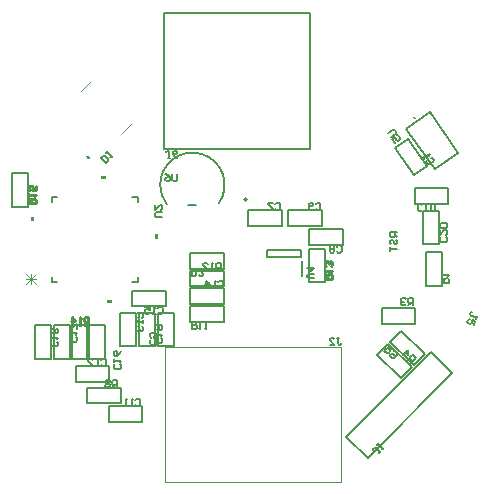
<source format=gbo>
G04*
G04 #@! TF.GenerationSoftware,Altium Limited,Altium Designer,20.0.7 (75)*
G04*
G04 Layer_Color=32896*
%FSLAX44Y44*%
%MOMM*%
G71*
G01*
G75*
%ADD10C,0.2540*%
%ADD12C,0.1000*%
%ADD13C,0.1270*%
%ADD14C,0.2000*%
%ADD15C,0.1524*%
%ADD16C,0.0762*%
G36*
X-173054Y35595D02*
X-175594D01*
Y39405D01*
X-173054D01*
Y35595D01*
D02*
G37*
G36*
X-112595Y71054D02*
X-116405D01*
Y73594D01*
X-112595D01*
Y71054D01*
D02*
G37*
G36*
X-107595Y-31054D02*
X-111405D01*
Y-33594D01*
X-107595D01*
Y-31054D01*
D02*
G37*
G36*
X-70946Y20595D02*
X-68406D01*
Y24405D01*
X-70946D01*
Y20595D01*
D02*
G37*
D10*
X-177999Y50503D02*
X-172001D01*
Y53502D01*
X-173001Y54501D01*
X-175000D01*
X-176000Y53502D01*
Y50503D01*
Y52502D02*
X-177999Y54501D01*
Y56501D02*
Y58500D01*
Y57500D01*
X-172001D01*
X-173001Y56501D01*
X-172001Y65498D02*
Y61499D01*
X-175000D01*
X-174000Y63498D01*
Y64498D01*
X-175000Y65498D01*
X-176999D01*
X-177999Y64498D01*
Y62499D01*
X-176999Y61499D01*
X-127502Y-51999D02*
Y-46001D01*
X-130501D01*
X-131501Y-47001D01*
Y-49000D01*
X-130501Y-50000D01*
X-127502D01*
X-129502D02*
X-131501Y-51999D01*
X-133500D02*
X-135500D01*
X-134500D01*
Y-46001D01*
X-133500Y-47001D01*
X-141498Y-51999D02*
Y-46001D01*
X-138499Y-49000D01*
X-142498D01*
X73001Y-13498D02*
X78999D01*
Y-10498D01*
X77999Y-9499D01*
X76000D01*
X75000Y-10498D01*
Y-13498D01*
Y-11498D02*
X73001Y-9499D01*
Y-7499D02*
Y-5500D01*
Y-6500D01*
X78999D01*
X77999Y-7499D01*
Y-2501D02*
X78999Y-1502D01*
Y498D01*
X77999Y1498D01*
X77000D01*
X76000Y498D01*
Y-502D01*
Y498D01*
X75000Y1498D01*
X74001D01*
X73001Y498D01*
Y-1502D01*
X74001Y-2501D01*
D12*
X-133920Y145435D02*
X-125435Y153920D01*
X-98565Y110080D02*
X-90080Y118565D01*
X-62500Y-185000D02*
X86500D01*
Y-71000D01*
X-62500D02*
X86500D01*
X-62500Y-185000D02*
Y-71000D01*
D13*
X137303Y-97637D02*
X146708Y-88232D01*
X117292Y-77626D02*
X137303Y-97637D01*
X117292Y-77626D02*
X126697Y-68222D01*
X146708Y-88232D01*
X137697Y-57221D02*
X157708Y-77232D01*
X128292Y-66626D02*
X137697Y-57221D01*
X128292Y-66626D02*
X148303Y-86637D01*
X157708Y-77232D01*
X120900Y-38400D02*
X120900Y-51700D01*
X120900Y-38400D02*
X149200Y-38400D01*
X149200Y-51700D02*
X149200Y-38400D01*
X120900Y-51700D02*
X149200Y-51700D01*
X143343Y105475D02*
X159576Y82293D01*
X132449Y97846D02*
X143343Y105475D01*
X132449Y97846D02*
X148681Y74664D01*
X159576Y82293D01*
X-41199Y8700D02*
X-12899D01*
X-41199Y-4600D02*
Y8700D01*
Y-4600D02*
X-12899D01*
Y8700D01*
X141943Y113935D02*
X165981Y79604D01*
X185747Y93444D01*
X161709Y127775D02*
X185747Y93444D01*
X141943Y113935D02*
X161709Y127775D01*
X-191700Y76100D02*
X-178400D01*
Y47800D02*
Y76100D01*
X-191700Y47800D02*
X-178400D01*
X-191700D02*
Y76100D01*
X-109900Y-100600D02*
Y-87300D01*
X-138200Y-100600D02*
X-109900D01*
X-138200D02*
Y-87300D01*
X-109900D01*
X-99900Y-118600D02*
Y-105300D01*
X-128200Y-118600D02*
X-99900D01*
X-128200D02*
Y-105300D01*
X-99900D01*
X-81900Y-134600D02*
Y-121300D01*
X-110200Y-134600D02*
X-81900D01*
X-110200D02*
Y-121300D01*
X-81900D01*
X-128300Y-81100D02*
Y-52800D01*
X-141600D02*
X-128300D01*
X-141600Y-81100D02*
Y-52800D01*
Y-81100D02*
X-128300D01*
X59300Y-16200D02*
Y12100D01*
Y-16200D02*
X72600D01*
Y12100D01*
X59300D02*
X72600D01*
X-41199Y-6300D02*
X-12899D01*
X-41199Y-19600D02*
Y-6300D01*
Y-19600D02*
X-12899D01*
Y-6300D01*
X-41100Y-49700D02*
X-12800D01*
Y-36400D01*
X-41100D02*
X-12800D01*
X-41100Y-49700D02*
Y-36400D01*
X171700Y-19100D02*
Y9200D01*
X158400D02*
X171700D01*
X158400Y-19100D02*
Y9200D01*
Y-19100D02*
X171700D01*
X156300Y15800D02*
Y44100D01*
Y15800D02*
X169600D01*
Y44100D01*
X156300D02*
X169600D01*
X-71300Y-70100D02*
Y-41800D01*
X-84600D02*
X-71300D01*
X-84600Y-70100D02*
Y-41800D01*
Y-70100D02*
X-71300D01*
X-159300Y-81100D02*
Y-52800D01*
X-172600D02*
X-159300D01*
X-172600Y-81100D02*
Y-52800D01*
Y-81100D02*
X-159300D01*
X-143300D02*
Y-52800D01*
X-156600D02*
X-143300D01*
X-156600Y-81100D02*
Y-52800D01*
Y-81100D02*
X-143300D01*
X-113300D02*
Y-52800D01*
X-126600D02*
X-113300D01*
X-126600Y-81100D02*
Y-52800D01*
Y-81100D02*
X-113300D01*
X-90100Y-36700D02*
X-61800D01*
Y-23400D01*
X-90100D02*
X-61800D01*
X-90100Y-36700D02*
Y-23400D01*
X-41099Y-34700D02*
X-12799D01*
Y-21400D01*
X-41099D02*
X-12799D01*
X-41099Y-34700D02*
Y-21400D01*
X-100700Y-70200D02*
Y-41900D01*
Y-70200D02*
X-87400D01*
Y-41900D01*
X-100700D02*
X-87400D01*
X148900Y50300D02*
X177200D01*
Y63600D01*
X148900D02*
X177200D01*
X148900Y50300D02*
Y63600D01*
X41899Y31300D02*
X70199D01*
Y44600D01*
X41899D02*
X70199D01*
X41899Y31300D02*
Y44600D01*
X59800Y28700D02*
X88100D01*
X59800Y15400D02*
Y28700D01*
Y15400D02*
X88100D01*
Y28700D01*
X7900Y31300D02*
X36200D01*
Y44600D01*
X7900D02*
X36200D01*
X7900Y31300D02*
Y44600D01*
X-55300Y-70100D02*
Y-41800D01*
X-68600D02*
X-55300D01*
X-68600Y-70100D02*
Y-41800D01*
Y-70100D02*
X-55300D01*
D14*
X-126849Y88867D02*
G03*
X-128264Y90281I-707J707D01*
G01*
D02*
G03*
X-126849Y88867I707J-707D01*
G01*
X149073Y122571D02*
G03*
X148500Y123391I-287J410D01*
G01*
D02*
G03*
X149073Y122571I287J-410D01*
G01*
X-63500Y120000D02*
Y212000D01*
X-39000D01*
X60500D01*
Y96500D02*
Y212000D01*
X-63500Y96500D02*
X60500D01*
X-63500D02*
Y120000D01*
X91039Y-147000D02*
X109000Y-164960D01*
X180842Y-93118D01*
X91039Y-147000D02*
X162882Y-75158D01*
X180842Y-93118D01*
X52480Y5250D02*
Y10750D01*
X23520D02*
X52480D01*
X23520Y5250D02*
Y10750D01*
Y5250D02*
X52480D01*
X53140Y-10750D02*
Y1750D01*
X147493Y-35677D02*
Y-29679D01*
X144494D01*
X143494Y-30679D01*
Y-32678D01*
X144494Y-33678D01*
X147493D01*
X145494D02*
X143494Y-35677D01*
X141495Y-30679D02*
X140495Y-29679D01*
X138496D01*
X137496Y-30679D01*
Y-31679D01*
X138496Y-32678D01*
X139496D01*
X138496D01*
X137496Y-33678D01*
Y-34678D01*
X138496Y-35677D01*
X140495D01*
X141495Y-34678D01*
X162384Y89265D02*
X163776Y89019D01*
X164923Y87381D01*
X164678Y85989D01*
X161402Y83695D01*
X160010Y83941D01*
X158863Y85579D01*
X159109Y86971D01*
X157143Y88035D02*
X155996Y89673D01*
X156570Y88854D01*
X161483Y92295D01*
X161237Y90902D01*
X133999Y25997D02*
X128001D01*
Y22998D01*
X129001Y21999D01*
X131000D01*
X132000Y22998D01*
Y25997D01*
Y23998D02*
X133999Y21999D01*
X129001Y16001D02*
X128001Y17000D01*
Y19000D01*
X129001Y19999D01*
X130000D01*
X131000Y19000D01*
Y17000D01*
X132000Y16001D01*
X132999D01*
X133999Y17000D01*
Y19000D01*
X132999Y19999D01*
X128001Y14001D02*
Y10003D01*
Y12002D01*
X133999D01*
X-15502Y-5999D02*
Y-1D01*
X-18500D01*
X-19500Y-1001D01*
Y-3000D01*
X-18500Y-4000D01*
X-15502D01*
X-17501D02*
X-19500Y-5999D01*
X-21500D02*
X-23499D01*
X-22499D01*
Y-1D01*
X-21500Y-1001D01*
X-30497Y-5999D02*
X-26498D01*
X-30497Y-2001D01*
Y-1001D01*
X-29497Y-1D01*
X-27498D01*
X-26498Y-1001D01*
X63999Y-12998D02*
X59001D01*
X58001Y-11999D01*
Y-9999D01*
X59001Y-9000D01*
X63999D01*
X58001Y-4001D02*
X63999D01*
X61000Y-7000D01*
Y-3002D01*
X-58000Y89001D02*
X-59999D01*
X-58999D01*
Y94000D01*
X-59999Y94999D01*
X-60999D01*
X-61998Y94000D01*
X-52002Y89001D02*
X-54001Y90001D01*
X-56000Y92000D01*
Y94000D01*
X-55001Y94999D01*
X-53001D01*
X-52002Y94000D01*
Y93000D01*
X-53001Y92000D01*
X-56000D01*
X83000Y-63001D02*
X84999D01*
X83999D01*
Y-67999D01*
X84999Y-68999D01*
X85999D01*
X86998Y-67999D01*
X77002Y-68999D02*
X81000D01*
X77002Y-65000D01*
Y-64001D01*
X78001Y-63001D01*
X80001D01*
X81000Y-64001D01*
X-52187Y75587D02*
Y70589D01*
X-53187Y69589D01*
X-55186D01*
X-56186Y70589D01*
Y75587D01*
X-62184D02*
X-60184Y74587D01*
X-58185Y72588D01*
Y70589D01*
X-59185Y69589D01*
X-61184D01*
X-62184Y70589D01*
Y71589D01*
X-61184Y72588D01*
X-58185D01*
X126491Y110127D02*
X130585Y112994D01*
X131978Y112749D01*
X133124Y111111D01*
X132879Y109719D01*
X128785Y106852D01*
X132225Y101939D02*
X129931Y105214D01*
X132388Y106934D01*
X132716Y104723D01*
X133289Y103904D01*
X134682Y103659D01*
X136319Y104806D01*
X136565Y106198D01*
X135418Y107836D01*
X134026Y108081D01*
X-65001Y39002D02*
X-69999D01*
X-70999Y40001D01*
Y42001D01*
X-69999Y43000D01*
X-65001D01*
X-70999Y48998D02*
Y45000D01*
X-67000Y48998D01*
X-66000D01*
X-65001Y47999D01*
Y45999D01*
X-66000Y45000D01*
X-39498Y-50001D02*
Y-55999D01*
X-36499D01*
X-35499Y-54999D01*
Y-53000D01*
X-36499Y-52000D01*
X-39498D01*
X-37499D02*
X-35499Y-50001D01*
X-33500D02*
X-31500D01*
X-32500D01*
Y-55999D01*
X-33500Y-54999D01*
X-28501Y-50001D02*
X-26502D01*
X-27502D01*
Y-55999D01*
X-28501Y-54999D01*
X127574Y-69758D02*
X123333Y-74000D01*
X125453Y-76120D01*
X126867Y-76120D01*
X128281Y-74707D01*
Y-73293D01*
X126160Y-71172D01*
X127574Y-72586D02*
X130401Y-72586D01*
X131108Y-74707D02*
X132522D01*
X133936Y-76120D01*
Y-77534D01*
X131108Y-80361D01*
X129694Y-80361D01*
X128281Y-78948D01*
Y-77534D01*
X128988Y-76827D01*
X130401D01*
X132522Y-78948D01*
X-103002Y-104999D02*
Y-99001D01*
X-106001D01*
X-107000Y-100001D01*
Y-102000D01*
X-106001Y-103000D01*
X-103002D01*
X-105001D02*
X-107000Y-104999D01*
X-109000Y-100001D02*
X-109999Y-99001D01*
X-111999D01*
X-112998Y-100001D01*
Y-101000D01*
X-111999Y-102000D01*
X-112998Y-103000D01*
Y-103999D01*
X-111999Y-104999D01*
X-109999D01*
X-109000Y-103999D01*
Y-103000D01*
X-109999Y-102000D01*
X-109000Y-101000D01*
Y-100001D01*
X-109999Y-102000D02*
X-111999D01*
X145547Y-84558D02*
X149788Y-80316D01*
X147668Y-78196D01*
X146254Y-78196D01*
X144840Y-79609D01*
Y-81023D01*
X146961Y-83144D01*
X145547Y-81730D02*
X142719Y-81730D01*
X139185Y-78196D02*
X143426Y-73955D01*
Y-78196D01*
X140599Y-75368D01*
X-39997Y-5001D02*
Y-10999D01*
X-36998D01*
X-35999Y-9999D01*
Y-8000D01*
X-36998Y-7000D01*
X-39997D01*
X-37998D02*
X-35999Y-5001D01*
X-30001D02*
X-33999D01*
X-30001Y-9000D01*
Y-9999D01*
X-31000Y-10999D01*
X-33000D01*
X-33999Y-9999D01*
X172001Y-16999D02*
X177999D01*
Y-14000D01*
X176999Y-13000D01*
X175000D01*
X174000Y-14000D01*
Y-16999D01*
Y-14999D02*
X172001Y-13000D01*
Y-11001D02*
Y-9001D01*
Y-10001D01*
X177999D01*
X176999Y-11001D01*
X200736Y-46966D02*
X201358Y-45066D01*
X201047Y-46016D01*
X196296Y-44461D01*
X195657Y-43200D01*
X195968Y-42250D01*
X197229Y-41611D01*
X198870Y-52667D02*
X200114Y-48866D01*
X197264Y-47934D01*
X197592Y-50145D01*
X197281Y-51095D01*
X196020Y-51734D01*
X194120Y-51112D01*
X193480Y-49851D01*
X194102Y-47951D01*
X195363Y-47312D01*
X120214Y-159257D02*
X118800Y-160671D01*
X119507Y-159964D01*
X115973Y-156430D01*
X114559D01*
X113852Y-157136D01*
Y-158550D01*
X117387Y-153602D02*
X118800Y-152188D01*
X118094Y-152895D01*
X122335Y-157136D01*
X120921D01*
X-112707Y84625D02*
X-116948Y88867D01*
X-114827Y90987D01*
X-113414D01*
X-110586Y88160D01*
X-110586Y86746D01*
X-112707Y84625D01*
Y93108D02*
X-111293Y94522D01*
X-112000Y93815D01*
X-107759Y89574D01*
X-109172D01*
X174999Y22001D02*
X175999Y21002D01*
Y19002D01*
X174999Y18003D01*
X171001D01*
X170001Y19002D01*
Y21002D01*
X171001Y22001D01*
X170001Y27999D02*
Y24001D01*
X174000Y27999D01*
X174999D01*
X175999Y27000D01*
Y25000D01*
X174999Y24001D01*
Y29999D02*
X175999Y30998D01*
Y32998D01*
X174999Y33997D01*
X171001D01*
X170001Y32998D01*
Y30998D01*
X171001Y29999D01*
X174999D01*
X-66001Y-63499D02*
X-65001Y-64499D01*
Y-66498D01*
X-66001Y-67498D01*
X-69999D01*
X-70999Y-66498D01*
Y-64499D01*
X-69999Y-63499D01*
X-70999Y-61500D02*
Y-59500D01*
Y-60500D01*
X-65001D01*
X-66001Y-61500D01*
X-69999Y-56501D02*
X-70999Y-55501D01*
Y-53502D01*
X-69999Y-52502D01*
X-66001D01*
X-65001Y-53502D01*
Y-55501D01*
X-66001Y-56501D01*
X-67000D01*
X-68000Y-55501D01*
Y-52502D01*
X-154001Y-66499D02*
X-153001Y-67498D01*
Y-69498D01*
X-154001Y-70497D01*
X-157999D01*
X-158999Y-69498D01*
Y-67498D01*
X-157999Y-66499D01*
X-158999Y-64499D02*
Y-62500D01*
Y-63500D01*
X-153001D01*
X-154001Y-64499D01*
Y-59501D02*
X-153001Y-58501D01*
Y-56502D01*
X-154001Y-55502D01*
X-155000D01*
X-156000Y-56502D01*
X-157000Y-55502D01*
X-157999D01*
X-158999Y-56502D01*
Y-58501D01*
X-157999Y-59501D01*
X-157000D01*
X-156000Y-58501D01*
X-155000Y-59501D01*
X-154001D01*
X-156000Y-58501D02*
Y-56502D01*
X-138001Y-62499D02*
X-137001Y-63499D01*
Y-65498D01*
X-138001Y-66498D01*
X-141999D01*
X-142999Y-65498D01*
Y-63499D01*
X-141999Y-62499D01*
X-142999Y-60500D02*
Y-58500D01*
Y-59500D01*
X-137001D01*
X-138001Y-60500D01*
X-137001Y-55501D02*
Y-51502D01*
X-138001D01*
X-141999Y-55501D01*
X-142999D01*
X-101000Y-85499D02*
X-100000Y-86499D01*
Y-88498D01*
X-101000Y-89498D01*
X-104999D01*
X-105998Y-88498D01*
Y-86499D01*
X-104999Y-85499D01*
X-105998Y-83500D02*
Y-81501D01*
Y-82500D01*
X-100000D01*
X-101000Y-83500D01*
X-100000Y-74503D02*
X-101000Y-76502D01*
X-102999Y-78502D01*
X-104999D01*
X-105998Y-77502D01*
Y-75503D01*
X-104999Y-74503D01*
X-103999D01*
X-102999Y-75503D01*
Y-78502D01*
X-68501Y-38001D02*
X-67502Y-37001D01*
X-65502D01*
X-64503Y-38001D01*
Y-41999D01*
X-65502Y-42999D01*
X-67502D01*
X-68501Y-41999D01*
X-70501Y-42999D02*
X-72500D01*
X-71500D01*
Y-37001D01*
X-70501Y-38001D01*
X-79498Y-37001D02*
X-75499D01*
Y-40000D01*
X-77498Y-39000D01*
X-78498D01*
X-79498Y-40000D01*
Y-41999D01*
X-78498Y-42999D01*
X-76499D01*
X-75499Y-41999D01*
X-17500Y-16001D02*
X-16501Y-15001D01*
X-14501D01*
X-13501Y-16001D01*
Y-20000D01*
X-14501Y-20999D01*
X-16501D01*
X-17500Y-20000D01*
X-19499Y-20999D02*
X-21499D01*
X-20499D01*
Y-15001D01*
X-19499Y-16001D01*
X-27497Y-20999D02*
Y-15001D01*
X-24498Y-18000D01*
X-28497D01*
X-85999Y-46501D02*
X-86999Y-45501D01*
Y-43502D01*
X-85999Y-42502D01*
X-82001D01*
X-81001Y-43502D01*
Y-45501D01*
X-82001Y-46501D01*
X-81001Y-48500D02*
Y-50500D01*
Y-49500D01*
X-86999D01*
X-85999Y-48500D01*
Y-53499D02*
X-86999Y-54499D01*
Y-56498D01*
X-85999Y-57498D01*
X-85000D01*
X-84000Y-56498D01*
Y-55498D01*
Y-56498D01*
X-83000Y-57498D01*
X-82001D01*
X-81001Y-56498D01*
Y-54499D01*
X-82001Y-53499D01*
X-116501Y-82001D02*
X-115501Y-81001D01*
X-113502D01*
X-112502Y-82001D01*
Y-85999D01*
X-113502Y-86999D01*
X-115501D01*
X-116501Y-85999D01*
X-118500Y-86999D02*
X-120500D01*
X-119500D01*
Y-81001D01*
X-118500Y-82001D01*
X-127498Y-86999D02*
X-123499D01*
X-127498Y-83000D01*
Y-82001D01*
X-126498Y-81001D01*
X-124499D01*
X-123499Y-82001D01*
X-87501Y-116001D02*
X-86501Y-115001D01*
X-84502D01*
X-83502Y-116001D01*
Y-119999D01*
X-84502Y-120999D01*
X-86501D01*
X-87501Y-119999D01*
X-89500Y-120999D02*
X-91500D01*
X-90500D01*
Y-115001D01*
X-89500Y-116001D01*
X-94499Y-120999D02*
X-96498D01*
X-95498D01*
Y-115001D01*
X-94499Y-116001D01*
X155501Y45001D02*
X154501Y44001D01*
X152502D01*
X151502Y45001D01*
Y48999D01*
X152502Y49999D01*
X154501D01*
X155501Y48999D01*
X157500Y49999D02*
X159500D01*
X158500D01*
Y44001D01*
X157500Y45001D01*
X162499D02*
X163498Y44001D01*
X165498D01*
X166498Y45001D01*
Y48999D01*
X165498Y49999D01*
X163498D01*
X162499Y48999D01*
Y45001D01*
X64999Y49999D02*
X65998Y50999D01*
X67998D01*
X68997Y49999D01*
Y46001D01*
X67998Y45001D01*
X65998D01*
X64999Y46001D01*
X62999D02*
X62000Y45001D01*
X60000D01*
X59001Y46001D01*
Y49999D01*
X60000Y50999D01*
X62000D01*
X62999Y49999D01*
Y49000D01*
X62000Y48000D01*
X59001D01*
X83000Y13999D02*
X83999Y14999D01*
X85999D01*
X86998Y13999D01*
Y10001D01*
X85999Y9001D01*
X83999D01*
X83000Y10001D01*
X81000Y13999D02*
X80001Y14999D01*
X78001D01*
X77002Y13999D01*
Y13000D01*
X78001Y12000D01*
X77002Y11000D01*
Y10001D01*
X78001Y9001D01*
X80001D01*
X81000Y10001D01*
Y11000D01*
X80001Y12000D01*
X81000Y13000D01*
Y13999D01*
X80001Y12000D02*
X78001D01*
X31000Y49999D02*
X31999Y50999D01*
X33999D01*
X34998Y49999D01*
Y46001D01*
X33999Y45001D01*
X31999D01*
X31000Y46001D01*
X29000Y50999D02*
X25002D01*
Y49999D01*
X29000Y46001D01*
Y45001D01*
X-70001Y-65000D02*
X-69001Y-65999D01*
Y-67999D01*
X-70001Y-68998D01*
X-73999D01*
X-74999Y-67999D01*
Y-65999D01*
X-73999Y-65000D01*
X-69001Y-59002D02*
Y-63000D01*
X-72000D01*
X-71000Y-61001D01*
Y-60001D01*
X-72000Y-59002D01*
X-73999D01*
X-74999Y-60001D01*
Y-62001D01*
X-73999Y-63000D01*
D15*
X7055Y53600D02*
G03*
X7055Y53600I-1270J0D01*
G01*
X-66605Y66300D02*
G03*
X-60942Y49651I27305J0D01*
G01*
X-16923Y50653D02*
G03*
X-66605Y66300I-22377J15647D01*
G01*
X-43404Y49155D02*
X-36277D01*
X-158322Y-16322D02*
X-153970D01*
X-158322Y56322D02*
X-153970D01*
X-85678Y51971D02*
Y56322D01*
X-90030Y-16322D02*
X-85678D01*
X-158322D02*
Y-11970D01*
Y51971D02*
Y56322D01*
X-90030D02*
X-85678D01*
Y-16322D02*
Y-11970D01*
D16*
X-180039Y-18040D02*
X-171575Y-9576D01*
X-180039D02*
X-171575Y-18040D01*
X-180039Y-13808D02*
X-171575D01*
X-175807Y-9576D02*
Y-18040D01*
M02*

</source>
